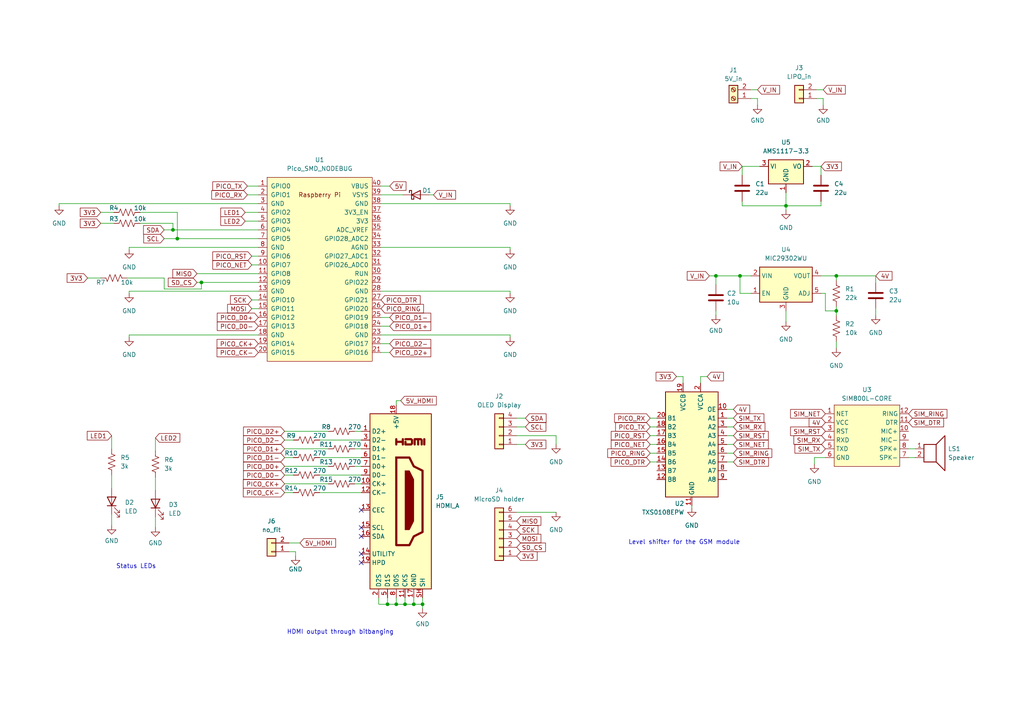
<source format=kicad_sch>
(kicad_sch (version 20230121) (generator eeschema)
  (paper "A4")
  (title_block (title "Central Unit") (date "2024-03-5") (rev "1") (company "EE344 TUE-01"))
  (lib_symbols
    (symbol "Connector:HDMI_A"
      (property "Reference" "J" (at -6.35 26.67 0))
      (property "Value" "HDMI_A" (at 10.16 26.67 0))
      (symbol "HDMI_A_0_0"
        (polyline (pts (xy 8.128 16.51) (xy 8.128 18.034)) (stroke (width 0.635)))
        (polyline (pts (xy 0 16.51) (xy 0 18.034) (xy 0 17.272) (xy 1.905 17.272) (xy 1.905 18.034) (xy 1.905 16.51)) (stroke (width 0.635)))
        (polyline (pts (xy 2.667 18.034) (xy 4.318 18.034) (xy 4.572 17.78) (xy 4.572 16.764) (xy 4.318 16.51) (xy 2.667 16.51) (xy 2.667 17.272)) (stroke (width 0.635)))
      )
      (symbol "HDMI_A_0_1"
        (rectangle (start -7.62 25.4) (end 10.16 -25.4) (stroke (width 0.254)) (fill (type background)))
        (polyline (pts (xy 2.54 8.89) (xy 3.81 8.89) (xy 5.08 6.35) (xy 5.08 -5.715) (xy 3.81 -8.255) (xy 2.54 -8.255) (xy 2.54 8.89)) (fill (type outline)))
        (polyline (pts (xy 5.334 16.51) (xy 5.334 18.034) (xy 6.35 18.034) (xy 6.35 16.51) (xy 6.35 18.034) (xy 7.112 18.034) (xy 7.366 17.78) (xy 7.366 16.51)) (stroke (width 0.635)))
        (polyline (pts (xy 0 12.7) (xy 0 -12.7) (xy 3.81 -12.7) (xy 5.08 -10.16) (xy 7.62 -8.89) (xy 7.62 8.89) (xy 5.08 10.16) (xy 3.81 12.7) (xy 0 12.7)) (stroke (width 0.635)))
      )
      (symbol "HDMI_A_1_1"
        (pin passive line (at -10.16 20.32 0) (length 2.54) (name "D2+") (number "1"))
        (pin passive line (at -10.16 5.08 0) (length 2.54) (name "CK+") (number "10"))
        (pin power_in line (at 2.54 -27.94 90) (length 2.54) (name "CKS") (number "11"))
        (pin passive line (at -10.16 2.54 0) (length 2.54) (name "CK-") (number "12"))
        (pin bidirectional line (at -10.16 -2.54 0) (length 2.54) (name "CEC") (number "13"))
        (pin passive line (at -10.16 -15.24 0) (length 2.54) (name "UTILITY") (number "14"))
        (pin passive line (at -10.16 -7.62 0) (length 2.54) (name "SCL") (number "15"))
        (pin bidirectional line (at -10.16 -10.16 0) (length 2.54) (name "SDA") (number "16"))
        (pin power_in line (at 5.08 -27.94 90) (length 2.54) (name "GND") (number "17"))
        (pin power_in line (at 0 27.94 270) (length 2.54) (name "+5V") (number "18"))
        (pin passive line (at -10.16 -17.78 0) (length 2.54) (name "HPD") (number "19"))
        (pin power_in line (at -5.08 -27.94 90) (length 2.54) (name "D2S") (number "2"))
        (pin passive line (at -10.16 17.78 0) (length 2.54) (name "D2-") (number "3"))
        (pin passive line (at -10.16 15.24 0) (length 2.54) (name "D1+") (number "4"))
        (pin power_in line (at -2.54 -27.94 90) (length 2.54) (name "D1S") (number "5"))
        (pin passive line (at -10.16 12.7 0) (length 2.54) (name "D1-") (number "6"))
        (pin passive line (at -10.16 10.16 0) (length 2.54) (name "D0+") (number "7"))
        (pin power_in line (at 0 -27.94 90) (length 2.54) (name "D0S") (number "8"))
        (pin passive line (at -10.16 7.62 0) (length 2.54) (name "D0-") (number "9"))
        (pin passive line (at 7.62 -27.94 90) (length 2.54) (name "SH") (number "SH"))
      )
    )
    (symbol "Connector:Screw_Terminal_01x02" (pin_names (offset 1.016) hide)
      (property "Reference" "J" (at 0 2.54 0))
      (property "Value" "Screw_Terminal_01x02" (at 0 -5.08 0))
      (symbol "Screw_Terminal_01x02_1_1"
        (rectangle (start -1.27 1.27) (end 1.27 -3.81) (stroke (width 0.254)) (fill (type background)))
        (circle (center 0 -2.54) (radius 0.635) (stroke (width 0.1524)))
        (polyline (pts (xy -0.5334 -2.2098) (xy 0.3302 -3.048)) (stroke (width 0.1524)))
        (polyline (pts (xy -0.5334 0.3302) (xy 0.3302 -0.508)) (stroke (width 0.1524)))
        (polyline (pts (xy -0.3556 -2.032) (xy 0.508 -2.8702)) (stroke (width 0.1524)))
        (polyline (pts (xy -0.3556 0.508) (xy 0.508 -0.3302)) (stroke (width 0.1524)))
        (circle (center 0 0) (radius 0.635) (stroke (width 0.1524)))
        (pin passive line (at -5.08 0 0) (length 3.81) (name "Pin_1") (number "1"))
        (pin passive line (at -5.08 -2.54 0) (length 3.81) (name "Pin_2") (number "2"))
      )
    )
    (symbol "Connector_Generic:Conn_01x02" (pin_names (offset 1.016) hide)
      (property "Reference" "J" (at 0 2.54 0))
      (property "Value" "Conn_01x02" (at 0 -5.08 0))
      (symbol "Conn_01x02_1_1"
        (rectangle (start -1.27 -2.413) (end 0 -2.667) (stroke (width 0.1524)))
        (rectangle (start -1.27 0.127) (end 0 -0.127) (stroke (width 0.1524)))
        (rectangle (start -1.27 1.27) (end 1.27 -3.81) (stroke (width 0.254)) (fill (type background)))
        (pin passive line (at -5.08 0 0) (length 3.81) (name "Pin_1") (number "1"))
        (pin passive line (at -5.08 -2.54 0) (length 3.81) (name "Pin_2") (number "2"))
      )
    )
    (symbol "Connector_Generic:Conn_01x04" (pin_names (offset 1.016) hide)
      (property "Reference" "J" (at 0 5.08 0))
      (property "Value" "Conn_01x04" (at 0 -7.62 0))
      (symbol "Conn_01x04_1_1"
        (rectangle (start -1.27 -4.953) (end 0 -5.207) (stroke (width 0.1524)))
        (rectangle (start -1.27 -2.413) (end 0 -2.667) (stroke (width 0.1524)))
        (rectangle (start -1.27 0.127) (end 0 -0.127) (stroke (width 0.1524)))
        (rectangle (start -1.27 2.667) (end 0 2.413) (stroke (width 0.1524)))
        (rectangle (start -1.27 3.81) (end 1.27 -6.35) (stroke (width 0.254)) (fill (type background)))
        (pin passive line (at -5.08 2.54 0) (length 3.81) (name "Pin_1") (number "1"))
        (pin passive line (at -5.08 0 0) (length 3.81) (name "Pin_2") (number "2"))
        (pin passive line (at -5.08 -2.54 0) (length 3.81) (name "Pin_3") (number "3"))
        (pin passive line (at -5.08 -5.08 0) (length 3.81) (name "Pin_4") (number "4"))
      )
    )
    (symbol "Connector_Generic:Conn_01x06" (pin_names (offset 1.016) hide)
      (property "Reference" "J" (at 0 7.62 0))
      (property "Value" "Conn_01x06" (at 0 -10.16 0))
      (symbol "Conn_01x06_1_1"
        (rectangle (start -1.27 -7.493) (end 0 -7.747) (stroke (width 0.1524)))
        (rectangle (start -1.27 -4.953) (end 0 -5.207) (stroke (width 0.1524)))
        (rectangle (start -1.27 -2.413) (end 0 -2.667) (stroke (width 0.1524)))
        (rectangle (start -1.27 0.127) (end 0 -0.127) (stroke (width 0.1524)))
        (rectangle (start -1.27 2.667) (end 0 2.413) (stroke (width 0.1524)))
        (rectangle (start -1.27 5.207) (end 0 4.953) (stroke (width 0.1524)))
        (rectangle (start -1.27 6.35) (end 1.27 -8.89) (stroke (width 0.254)) (fill (type background)))
        (pin passive line (at -5.08 5.08 0) (length 3.81) (name "Pin_1") (number "1"))
        (pin passive line (at -5.08 2.54 0) (length 3.81) (name "Pin_2") (number "2"))
        (pin passive line (at -5.08 0 0) (length 3.81) (name "Pin_3") (number "3"))
        (pin passive line (at -5.08 -2.54 0) (length 3.81) (name "Pin_4") (number "4"))
        (pin passive line (at -5.08 -5.08 0) (length 3.81) (name "Pin_5") (number "5"))
        (pin passive line (at -5.08 -7.62 0) (length 3.81) (name "Pin_6") (number "6"))
      )
    )
    (symbol "Device:C" (pin_numbers hide) (pin_names (offset 0.254))
      (property "Reference" "C" (at 0.635 2.54 0))
      (property "Value" "C" (at 0.635 -2.54 0))
      (symbol "C_0_1"
        (polyline (pts (xy -2.032 -0.762) (xy 2.032 -0.762)) (stroke (width 0.508)))
        (polyline (pts (xy -2.032 0.762) (xy 2.032 0.762)) (stroke (width 0.508)))
      )
      (symbol "C_1_1"
        (pin passive line (at 0 3.81 270) (length 2.794) (name "~") (number "1"))
        (pin passive line (at 0 -3.81 90) (length 2.794) (name "~") (number "2"))
      )
    )
    (symbol "Device:D_Schottky" (pin_numbers hide) (pin_names (offset 1.016) hide)
      (property "Reference" "D" (at 0 2.54 0))
      (property "Value" "D_Schottky" (at 0 -2.54 0))
      (symbol "D_Schottky_0_1"
        (polyline (pts (xy 1.27 0) (xy -1.27 0)))
        (polyline (pts (xy 1.27 1.27) (xy 1.27 -1.27) (xy -1.27 0) (xy 1.27 1.27)) (stroke (width 0.254)))
        (polyline (pts (xy -1.905 0.635) (xy -1.905 1.27) (xy -1.27 1.27) (xy -1.27 -1.27) (xy -0.635 -1.27) (xy -0.635 -0.635)) (stroke (width 0.254)))
      )
      (symbol "D_Schottky_1_1"
        (pin passive line (at -3.81 0 0) (length 2.54) (name "K") (number "1"))
        (pin passive line (at 3.81 0 180) (length 2.54) (name "A") (number "2"))
      )
    )
    (symbol "Device:LED" (pin_numbers hide) (pin_names (offset 1.016) hide)
      (property "Reference" "D" (at 0 2.54 0))
      (property "Value" "LED" (at 0 -2.54 0))
      (symbol "LED_0_1"
        (polyline (pts (xy -1.27 -1.27) (xy -1.27 1.27)) (stroke (width 0.254)))
        (polyline (pts (xy -1.27 0) (xy 1.27 0)))
        (polyline (pts (xy 1.27 -1.27) (xy 1.27 1.27) (xy -1.27 0) (xy 1.27 -1.27)) (stroke (width 0.254)))
        (polyline (pts (xy -3.048 -0.762) (xy -4.572 -2.286) (xy -3.81 -2.286) (xy -4.572 -2.286) (xy -4.572 -1.524)))
        (polyline (pts (xy -1.778 -0.762) (xy -3.302 -2.286) (xy -2.54 -2.286) (xy -3.302 -2.286) (xy -3.302 -1.524)))
      )
      (symbol "LED_1_1"
        (pin passive line (at -3.81 0 0) (length 2.54) (name "K") (number "1"))
        (pin passive line (at 3.81 0 180) (length 2.54) (name "A") (number "2"))
      )
    )
    (symbol "Device:R_US" (pin_numbers hide) (pin_names (offset 0))
      (property "Reference" "R" (at 2.54 0 90))
      (property "Value" "R_US" (at -2.54 0 90))
      (symbol "R_US_0_1"
        (polyline (pts (xy 0 -2.286) (xy 0 -2.54)))
        (polyline (pts (xy 0 2.286) (xy 0 2.54)))
        (polyline (pts (xy 0 -0.762) (xy 1.016 -1.143) (xy 0 -1.524) (xy -1.016 -1.905) (xy 0 -2.286)))
        (polyline (pts (xy 0 0.762) (xy 1.016 0.381) (xy 0 0) (xy -1.016 -0.381) (xy 0 -0.762)))
        (polyline (pts (xy 0 2.286) (xy 1.016 1.905) (xy 0 1.524) (xy -1.016 1.143) (xy 0 0.762)))
      )
      (symbol "R_US_1_1"
        (pin passive line (at 0 3.81 270) (length 1.27) (name "~") (number "1"))
        (pin passive line (at 0 -3.81 90) (length 1.27) (name "~") (number "2"))
      )
    )
    (symbol "Device:Speaker" (pin_names (offset 0) hide)
      (property "Reference" "LS" (at 1.27 5.715 0))
      (property "Value" "Speaker" (at 1.27 3.81 0))
      (symbol "Speaker_0_0"
        (rectangle (start -2.54 1.27) (end 1.016 -3.81) (stroke (width 0.254)))
        (polyline (pts (xy 1.016 1.27) (xy 3.556 3.81) (xy 3.556 -6.35) (xy 1.016 -3.81)) (stroke (width 0.254)))
      )
      (symbol "Speaker_1_1"
        (pin input line (at -5.08 0 0) (length 2.54) (name "1") (number "1"))
        (pin input line (at -5.08 -2.54 0) (length 2.54) (name "2") (number "2"))
      )
    )
    (symbol "Logic_LevelTranslator:TXS0108EPW"
      (property "Reference" "U" (at -6.35 16.51 0))
      (property "Value" "TXS0108EPW" (at 3.81 16.51 0))
      (symbol "TXS0108EPW_0_1"
        (rectangle (start -7.62 15.24) (end 7.62 -15.24) (stroke (width 0.254)) (fill (type background)))
      )
      (symbol "TXS0108EPW_1_1"
        (pin bidirectional line (at -10.16 7.62 0) (length 2.54) (name "A1") (number "1"))
        (pin input line (at -10.16 10.16 0) (length 2.54) (name "OE") (number "10"))
        (pin power_in line (at 0 -17.78 90) (length 2.54) (name "GND") (number "11"))
        (pin bidirectional line (at 10.16 -10.16 180) (length 2.54) (name "B8") (number "12"))
        (pin bidirectional line (at 10.16 -7.62 180) (length 2.54) (name "B7") (number "13"))
        (pin bidirectional line (at 10.16 -5.08 180) (length 2.54) (name "B6") (number "14"))
        (pin bidirectional line (at 10.16 -2.54 180) (length 2.54) (name "B5") (number "15"))
        (pin bidirectional line (at 10.16 0 180) (length 2.54) (name "B4") (number "16"))
        (pin bidirectional line (at 10.16 2.54 180) (length 2.54) (name "B3") (number "17"))
        (pin bidirectional line (at 10.16 5.08 180) (length 2.54) (name "B2") (number "18"))
        (pin power_in line (at 2.54 17.78 270) (length 2.54) (name "VCCB") (number "19"))
        (pin power_in line (at -2.54 17.78 270) (length 2.54) (name "VCCA") (number "2"))
        (pin bidirectional line (at 10.16 7.62 180) (length 2.54) (name "B1") (number "20"))
        (pin bidirectional line (at -10.16 5.08 0) (length 2.54) (name "A2") (number "3"))
        (pin bidirectional line (at -10.16 2.54 0) (length 2.54) (name "A3") (number "4"))
        (pin bidirectional line (at -10.16 0 0) (length 2.54) (name "A4") (number "5"))
        (pin bidirectional line (at -10.16 -2.54 0) (length 2.54) (name "A5") (number "6"))
        (pin bidirectional line (at -10.16 -5.08 0) (length 2.54) (name "A6") (number "7"))
        (pin bidirectional line (at -10.16 -7.62 0) (length 2.54) (name "A7") (number "8"))
        (pin bidirectional line (at -10.16 -10.16 0) (length 2.54) (name "A8") (number "9"))
      )
    )
    (symbol "Regulator_Linear:AMS1117-3.3"
      (property "Reference" "U" (at -3.81 3.175 0))
      (property "Value" "AMS1117-3.3" (at 0 3.175 0))
      (symbol "AMS1117-3.3_0_1"
        (rectangle (start -5.08 -5.08) (end 5.08 1.905) (stroke (width 0.254)) (fill (type background)))
      )
      (symbol "AMS1117-3.3_1_1"
        (pin power_in line (at 0 -7.62 90) (length 2.54) (name "GND") (number "1"))
        (pin power_out line (at 7.62 0 180) (length 2.54) (name "VO") (number "2"))
        (pin power_in line (at -7.62 0 0) (length 2.54) (name "VI") (number "3"))
      )
    )
    (symbol "Regulator_Linear:MIC29302WU"
      (property "Reference" "U" (at -6.35 6.35 0))
      (property "Value" "MIC29302WU" (at 2.54 6.35 0))
      (symbol "MIC29302WU_1_1"
        (rectangle (start -7.62 5.08) (end 7.62 -5.08) (stroke (width 0.254)) (fill (type background)))
        (pin input line (at -10.16 -2.54 0) (length 2.54) (name "EN") (number "1"))
        (pin power_in line (at -10.16 2.54 0) (length 2.54) (name "VIN") (number "2"))
        (pin power_in line (at 0 -7.62 90) (length 2.54) (name "GND") (number "3"))
        (pin power_out line (at 10.16 2.54 180) (length 2.54) (name "VOUT") (number "4"))
        (pin input line (at 10.16 -2.54 180) (length 2.54) (name "ADJ") (number "5"))
      )
    )
    (symbol "Rpi Pico:Pico_SMD_NODEBUG" (pin_names (offset 1.016))
      (property "Reference" "U" (at -13.97 27.94 0))
      (property "Value" "Pico_SMD_NODEBUG" (at 0 19.05 0))
      (symbol "Pico_SMD_NODEBUG_0_0"
        (text "Raspberry Pi" (at 0 21.59 0) (effects (font (size 1.27 1.27))))
      )
      (symbol "Pico_SMD_NODEBUG_0_1"
        (rectangle (start -15.24 26.67) (end 15.24 -26.67) (fill (type background)))
      )
      (symbol "Pico_SMD_NODEBUG_1_1"
        (pin bidirectional line (at -17.78 24.13 0) (length 2.54) (name "GPIO0") (number "1"))
        (pin bidirectional line (at -17.78 1.27 0) (length 2.54) (name "GPIO7") (number "10"))
        (pin bidirectional line (at -17.78 -1.27 0) (length 2.54) (name "GPIO8") (number "11"))
        (pin bidirectional line (at -17.78 -3.81 0) (length 2.54) (name "GPIO9") (number "12"))
        (pin power_in line (at -17.78 -6.35 0) (length 2.54) (name "GND") (number "13"))
        (pin bidirectional line (at -17.78 -8.89 0) (length 2.54) (name "GPIO10") (number "14"))
        (pin bidirectional line (at -17.78 -11.43 0) (length 2.54) (name "GPIO11") (number "15"))
        (pin bidirectional line (at -17.78 -13.97 0) (length 2.54) (name "GPIO12") (number "16"))
        (pin bidirectional line (at -17.78 -16.51 0) (length 2.54) (name "GPIO13") (number "17"))
        (pin power_in line (at -17.78 -19.05 0) (length 2.54) (name "GND") (number "18"))
        (pin bidirectional line (at -17.78 -21.59 0) (length 2.54) (name "GPIO14") (number "19"))
        (pin bidirectional line (at -17.78 21.59 0) (length 2.54) (name "GPIO1") (number "2"))
        (pin bidirectional line (at -17.78 -24.13 0) (length 2.54) (name "GPIO15") (number "20"))
        (pin bidirectional line (at 17.78 -24.13 180) (length 2.54) (name "GPIO16") (number "21"))
        (pin bidirectional line (at 17.78 -21.59 180) (length 2.54) (name "GPIO17") (number "22"))
        (pin power_in line (at 17.78 -19.05 180) (length 2.54) (name "GND") (number "23"))
        (pin bidirectional line (at 17.78 -16.51 180) (length 2.54) (name "GPIO18") (number "24"))
        (pin bidirectional line (at 17.78 -13.97 180) (length 2.54) (name "GPIO19") (number "25"))
        (pin bidirectional line (at 17.78 -11.43 180) (length 2.54) (name "GPIO20") (number "26"))
        (pin bidirectional line (at 17.78 -8.89 180) (length 2.54) (name "GPIO21") (number "27"))
        (pin power_in line (at 17.78 -6.35 180) (length 2.54) (name "GND") (number "28"))
        (pin bidirectional line (at 17.78 -3.81 180) (length 2.54) (name "GPIO22") (number "29"))
        (pin power_in line (at -17.78 19.05 0) (length 2.54) (name "GND") (number "3"))
        (pin input line (at 17.78 -1.27 180) (length 2.54) (name "RUN") (number "30"))
        (pin bidirectional line (at 17.78 1.27 180) (length 2.54) (name "GPIO26_ADC0") (number "31"))
        (pin bidirectional line (at 17.78 3.81 180) (length 2.54) (name "GPIO27_ADC1") (number "32"))
        (pin power_in line (at 17.78 6.35 180) (length 2.54) (name "AGND") (number "33"))
        (pin bidirectional line (at 17.78 8.89 180) (length 2.54) (name "GPIO28_ADC2") (number "34"))
        (pin unspecified line (at 17.78 11.43 180) (length 2.54) (name "ADC_VREF") (number "35"))
        (pin unspecified line (at 17.78 13.97 180) (length 2.54) (name "3V3") (number "36"))
        (pin input line (at 17.78 16.51 180) (length 2.54) (name "3V3_EN") (number "37"))
        (pin bidirectional line (at 17.78 19.05 180) (length 2.54) (name "GND") (number "38"))
        (pin unspecified line (at 17.78 21.59 180) (length 2.54) (name "VSYS") (number "39"))
        (pin bidirectional line (at -17.78 16.51 0) (length 2.54) (name "GPIO2") (number "4"))
        (pin unspecified line (at 17.78 24.13 180) (length 2.54) (name "VBUS") (number "40"))
        (pin bidirectional line (at -17.78 13.97 0) (length 2.54) (name "GPIO3") (number "5"))
        (pin bidirectional line (at -17.78 11.43 0) (length 2.54) (name "GPIO4") (number "6"))
        (pin bidirectional line (at -17.78 8.89 0) (length 2.54) (name "GPIO5") (number "7"))
        (pin power_in line (at -17.78 6.35 0) (length 2.54) (name "GND") (number "8"))
        (pin bidirectional line (at -17.78 3.81 0) (length 2.54) (name "GPIO6") (number "9"))
      )
    )
    (symbol "SIM800L breakout:SIM800L-CORE"
      (property "Reference" "U" (at -7.62 8.89 0))
      (property "Value" "SIM800L-CORE" (at 0 -12.7 0))
      (symbol "SIM800L-CORE_0_1"
        (rectangle (start -8.89 7.62) (end 10.16 -10.16) (stroke (width 0.1524)) (fill (type background)))
      )
      (symbol "SIM800L-CORE_1_1"
        (pin bidirectional line (at -11.43 5.08 0) (length 2.54) (name "NET") (number "1"))
        (pin output line (at 12.7 0 180) (length 2.54) (name "MIC+") (number "10"))
        (pin passive line (at 12.7 2.54 180) (length 2.54) (name "DTR") (number "11"))
        (pin output line (at 12.7 5.08 180) (length 2.54) (name "RING") (number "12"))
        (pin power_in line (at -11.43 2.54 0) (length 2.54) (name "VCC") (number "2"))
        (pin input line (at -11.43 0 0) (length 2.54) (name "RST") (number "3"))
        (pin input line (at -11.43 -2.54 0) (length 2.54) (name "RXD") (number "4"))
        (pin output line (at -11.43 -5.08 0) (length 2.54) (name "TXD") (number "5"))
        (pin power_in line (at -11.43 -7.62 0) (length 2.54) (name "GND") (number "6"))
        (pin output line (at 12.7 -7.62 180) (length 2.54) (name "SPK-") (number "7"))
        (pin output line (at 12.7 -5.08 180) (length 2.54) (name "SPK+") (number "8"))
        (pin output line (at 12.7 -2.54 180) (length 2.54) (name "MIC-") (number "9"))
      )
    )
    (symbol "power:GND" (power) (pin_names (offset 0))
      (property "Value" "GND" (at 0 -3.81 0))
      (symbol "GND_0_1"
        (polyline (pts (xy 0 0) (xy 0 -1.27) (xy 1.27 -1.27) (xy 0 -2.54) (xy -1.27 -1.27) (xy 0 -1.27)))
      )
      (symbol "GND_1_1"
        (pin power_in line (at 0 0 270) (length 0) hide (name "GND") (number "1"))
      )
    )
  )
  (junction (at 50.165 66.675))
  (junction (at 207.645 80.01))
  (junction (at 120.015 175.26))
  (junction (at 242.57 90.17))
  (junction (at 214.63 80.01))
  (junction (at 122.555 175.26))
  (junction (at 51.435 69.215))
  (junction (at 242.57 80.01))
  (junction (at 114.935 175.26))
  (junction (at 58.42 81.915))
  (junction (at 227.965 59.69))
  (junction (at 117.475 175.26))
  (junction (at 112.395 175.26))
  (no_connect (at 104.775 155.575))
  (no_connect (at 104.775 147.955))
  (no_connect (at 104.775 163.195))
  (no_connect (at 104.775 160.655))
  (no_connect (at 104.775 153.035))
  (wire (pts (xy 217.805 80.01) (xy 214.63 80.01)))
  (wire (pts (xy 147.955 59.055) (xy 147.955 59.69)))
  (wire (pts (xy 110.49 84.455) (xy 147.955 84.455)))
  (wire (pts (xy 238.76 28.575) (xy 238.76 30.48)))
  (wire (pts (xy 71.12 61.595) (xy 74.93 61.595)))
  (wire (pts (xy 188.595 126.365) (xy 190.5 126.365)))
  (wire (pts (xy 120.015 173.355) (xy 120.015 175.26)))
  (wire (pts (xy 238.125 48.26) (xy 238.125 50.8)))
  (wire (pts (xy 198.12 111.125) (xy 198.12 109.22)))
  (wire (pts (xy 242.57 99.06) (xy 242.57 100.965)))
  (wire (pts (xy 214.63 80.01) (xy 214.63 85.09)))
  (wire (pts (xy 110.49 59.055) (xy 147.955 59.055)))
  (wire (pts (xy 47.625 83.82) (xy 58.42 83.82)))
  (wire (pts (xy 207.645 80.01) (xy 214.63 80.01)))
  (wire (pts (xy 215.265 58.42) (xy 215.265 59.69)))
  (wire (pts (xy 45.085 127) (xy 45.085 130.81)))
  (wire (pts (xy 227.965 90.17) (xy 227.965 93.345)))
  (wire (pts (xy 188.595 121.285) (xy 190.5 121.285)))
  (wire (pts (xy 220.345 48.26) (xy 215.265 48.26)))
  (wire (pts (xy 102.87 125.095) (xy 104.775 125.095)))
  (wire (pts (xy 83.82 160.02) (xy 85.725 160.02)))
  (wire (pts (xy 147.955 71.755) (xy 147.955 72.39)))
  (wire (pts (xy 82.55 137.795) (xy 85.09 137.795)))
  (wire (pts (xy 40.64 64.77) (xy 50.165 64.77)))
  (wire (pts (xy 82.55 130.175) (xy 95.25 130.175)))
  (wire (pts (xy 74.93 84.455) (xy 37.465 84.455)))
  (wire (pts (xy 109.855 175.26) (xy 112.395 175.26)))
  (wire (pts (xy 263.525 130.175) (xy 265.43 130.175)))
  (wire (pts (xy 113.03 92.075) (xy 110.49 92.075)))
  (wire (pts (xy 29.21 64.77) (xy 33.02 64.77)))
  (wire (pts (xy 57.15 81.915) (xy 58.42 81.915)))
  (wire (pts (xy 92.71 137.795) (xy 104.775 137.795)))
  (wire (pts (xy 82.55 140.335) (xy 95.25 140.335)))
  (wire (pts (xy 113.03 94.615) (xy 110.49 94.615)))
  (wire (pts (xy 102.87 135.255) (xy 104.775 135.255)))
  (wire (pts (xy 238.125 80.01) (xy 242.57 80.01)))
  (wire (pts (xy 116.205 116.205) (xy 114.935 116.205)))
  (wire (pts (xy 110.49 71.755) (xy 147.955 71.755)))
  (wire (pts (xy 254 80.01) (xy 254 81.915)))
  (wire (pts (xy 188.595 123.825) (xy 190.5 123.825)))
  (wire (pts (xy 110.49 99.695) (xy 113.03 99.695)))
  (wire (pts (xy 242.57 80.01) (xy 254 80.01)))
  (wire (pts (xy 57.15 79.375) (xy 74.93 79.375)))
  (wire (pts (xy 212.725 128.905) (xy 210.82 128.905)))
  (wire (pts (xy 188.595 128.905) (xy 190.5 128.905)))
  (wire (pts (xy 238.125 58.42) (xy 238.125 59.69)))
  (wire (pts (xy 215.265 48.26) (xy 215.265 50.8)))
  (wire (pts (xy 207.645 90.17) (xy 207.645 91.44)))
  (wire (pts (xy 73.025 89.535) (xy 74.93 89.535)))
  (wire (pts (xy 110.49 97.155) (xy 147.955 97.155)))
  (wire (pts (xy 92.71 127.635) (xy 104.775 127.635)))
  (wire (pts (xy 112.395 173.355) (xy 112.395 175.26)))
  (wire (pts (xy 113.03 102.235) (xy 110.49 102.235)))
  (wire (pts (xy 50.165 66.675) (xy 74.93 66.675)))
  (wire (pts (xy 120.015 175.26) (xy 122.555 175.26)))
  (wire (pts (xy 45.085 138.43) (xy 45.085 142.24)))
  (wire (pts (xy 114.935 116.205) (xy 114.935 117.475)))
  (wire (pts (xy 217.805 28.575) (xy 219.71 28.575)))
  (wire (pts (xy 203.2 111.125) (xy 203.2 109.22)))
  (wire (pts (xy 29.21 61.595) (xy 33.02 61.595)))
  (wire (pts (xy 236.855 28.575) (xy 238.76 28.575)))
  (wire (pts (xy 207.645 80.01) (xy 207.645 82.55)))
  (wire (pts (xy 117.475 173.355) (xy 117.475 175.26)))
  (wire (pts (xy 152.4 123.825) (xy 149.86 123.825)))
  (wire (pts (xy 92.71 142.875) (xy 104.775 142.875)))
  (wire (pts (xy 212.725 123.825) (xy 210.82 123.825)))
  (wire (pts (xy 17.145 59.055) (xy 17.145 59.69)))
  (wire (pts (xy 110.49 56.515) (xy 116.84 56.515)))
  (wire (pts (xy 73.025 86.995) (xy 74.93 86.995)))
  (wire (pts (xy 32.385 137.795) (xy 32.385 141.605)))
  (wire (pts (xy 212.725 126.365) (xy 210.82 126.365)))
  (wire (pts (xy 83.82 157.48) (xy 86.995 157.48)))
  (wire (pts (xy 36.83 80.645) (xy 47.625 80.645)))
  (wire (pts (xy 82.55 132.715) (xy 85.09 132.715)))
  (wire (pts (xy 114.935 175.26) (xy 117.475 175.26)))
  (wire (pts (xy 263.525 132.715) (xy 265.43 132.715)))
  (wire (pts (xy 92.71 132.715) (xy 104.775 132.715)))
  (wire (pts (xy 242.57 90.17) (xy 242.57 91.44)))
  (wire (pts (xy 85.725 160.02) (xy 85.725 161.29)))
  (wire (pts (xy 102.87 140.335) (xy 104.775 140.335)))
  (wire (pts (xy 239.395 90.17) (xy 242.57 90.17)))
  (wire (pts (xy 219.71 26.035) (xy 217.805 26.035)))
  (wire (pts (xy 51.435 61.595) (xy 51.435 69.215)))
  (wire (pts (xy 238.125 85.09) (xy 239.395 85.09)))
  (wire (pts (xy 124.46 56.515) (xy 125.73 56.515)))
  (wire (pts (xy 32.385 126.365) (xy 32.385 130.175)))
  (wire (pts (xy 122.555 173.355) (xy 122.555 175.26)))
  (wire (pts (xy 47.625 83.82) (xy 47.625 80.645)))
  (wire (pts (xy 203.2 109.22) (xy 205.105 109.22)))
  (wire (pts (xy 51.435 69.215) (xy 74.93 69.215)))
  (wire (pts (xy 254 89.535) (xy 254 91.44)))
  (wire (pts (xy 74.93 59.055) (xy 17.145 59.055)))
  (wire (pts (xy 212.725 121.285) (xy 210.82 121.285)))
  (wire (pts (xy 32.385 149.225) (xy 32.385 152.4)))
  (wire (pts (xy 114.935 173.355) (xy 114.935 175.26)))
  (wire (pts (xy 147.955 97.155) (xy 147.955 97.79)))
  (wire (pts (xy 147.955 84.455) (xy 147.955 85.09)))
  (wire (pts (xy 37.465 71.755) (xy 37.465 72.39)))
  (wire (pts (xy 112.395 175.26) (xy 114.935 175.26)))
  (wire (pts (xy 242.57 80.01) (xy 242.57 81.28)))
  (wire (pts (xy 188.595 133.985) (xy 190.5 133.985)))
  (wire (pts (xy 82.55 135.255) (xy 95.25 135.255)))
  (wire (pts (xy 37.465 84.455) (xy 37.465 85.09)))
  (wire (pts (xy 50.165 64.77) (xy 50.165 66.675)))
  (wire (pts (xy 74.93 97.155) (xy 37.465 97.155)))
  (wire (pts (xy 212.725 131.445) (xy 210.82 131.445)))
  (wire (pts (xy 58.42 83.82) (xy 58.42 81.915)))
  (wire (pts (xy 73.025 74.295) (xy 74.93 74.295)))
  (wire (pts (xy 109.855 173.355) (xy 109.855 175.26)))
  (wire (pts (xy 205.74 80.01) (xy 207.645 80.01)))
  (wire (pts (xy 71.12 64.135) (xy 74.93 64.135)))
  (wire (pts (xy 238.125 59.69) (xy 227.965 59.69)))
  (wire (pts (xy 149.86 148.59) (xy 161.29 148.59)))
  (wire (pts (xy 152.4 128.905) (xy 149.86 128.905)))
  (wire (pts (xy 236.22 132.715) (xy 236.22 134.62)))
  (wire (pts (xy 47.625 69.215) (xy 51.435 69.215)))
  (wire (pts (xy 196.215 109.22) (xy 198.12 109.22)))
  (wire (pts (xy 200.66 147.32) (xy 200.66 146.685)))
  (wire (pts (xy 152.4 121.285) (xy 149.86 121.285)))
  (wire (pts (xy 71.755 53.975) (xy 74.93 53.975)))
  (wire (pts (xy 238.76 26.035) (xy 236.855 26.035)))
  (wire (pts (xy 73.025 76.835) (xy 74.93 76.835)))
  (wire (pts (xy 215.265 59.69) (xy 227.965 59.69)))
  (wire (pts (xy 161.29 126.365) (xy 161.29 128.905)))
  (wire (pts (xy 82.55 125.095) (xy 95.25 125.095)))
  (wire (pts (xy 122.555 175.26) (xy 122.555 176.53)))
  (wire (pts (xy 102.87 130.175) (xy 104.775 130.175)))
  (wire (pts (xy 82.55 127.635) (xy 85.09 127.635)))
  (wire (pts (xy 227.965 59.69) (xy 227.965 60.96)))
  (wire (pts (xy 239.395 132.715) (xy 236.22 132.715)))
  (wire (pts (xy 40.64 61.595) (xy 51.435 61.595)))
  (wire (pts (xy 212.725 133.985) (xy 210.82 133.985)))
  (wire (pts (xy 37.465 97.155) (xy 37.465 97.79)))
  (wire (pts (xy 239.395 85.09) (xy 239.395 90.17)))
  (wire (pts (xy 212.725 118.745) (xy 210.82 118.745)))
  (wire (pts (xy 219.71 28.575) (xy 219.71 30.48)))
  (wire (pts (xy 82.55 142.875) (xy 85.09 142.875)))
  (wire (pts (xy 74.93 71.755) (xy 37.465 71.755)))
  (wire (pts (xy 113.03 53.975) (xy 110.49 53.975)))
  (wire (pts (xy 25.4 80.645) (xy 29.21 80.645)))
  (wire (pts (xy 242.57 88.9) (xy 242.57 90.17)))
  (wire (pts (xy 149.86 126.365) (xy 161.29 126.365)))
  (wire (pts (xy 45.085 149.86) (xy 45.085 153.035)))
  (wire (pts (xy 227.965 55.88) (xy 227.965 59.69)))
  (wire (pts (xy 47.625 66.675) (xy 50.165 66.675)))
  (wire (pts (xy 58.42 81.915) (xy 74.93 81.915)))
  (wire (pts (xy 117.475 175.26) (xy 120.015 175.26)))
  (wire (pts (xy 71.755 56.515) (xy 74.93 56.515)))
  (wire (pts (xy 188.595 131.445) (xy 190.5 131.445)))
  (wire (pts (xy 214.63 85.09) (xy 217.805 85.09)))
  (wire (pts (xy 235.585 48.26) (xy 238.125 48.26)))
  (text "Level shifter for the GSM module" (at 182.245 158.115 0) (effects (font (size 1.27 1.27)) (justify left bottom)))
  (text "Status LEDs" (at 33.655 165.1 0) (effects (font (size 1.27 1.27)) (justify left bottom)))
  (text "HDMI output through bitbanging\n" (at 83.185 184.15 0) (effects (font (size 1.27 1.27)) (justify left bottom)))
  (global_label "PICO_D0+" (shape input) (at 82.55 135.255 180) (property "Intersheetrefs" "${INTERSHEET_REFS}" (effects hide)))
  (global_label "4V" (shape input) (at 239.395 122.555 180) (property "Intersheetrefs" "${INTERSHEET_REFS}" (effects hide)))
  (global_label "PICO_D2+" (shape input) (at 82.55 125.095 180) (property "Intersheetrefs" "${INTERSHEET_REFS}" (effects hide)))
  (global_label "SIM_RING" (shape input) (at 263.525 120.015 0) (property "Intersheetrefs" "${INTERSHEET_REFS}" (effects hide)))
  (global_label "PICO_TX" (shape input) (at 71.755 53.975 180) (property "Intersheetrefs" "${INTERSHEET_REFS}" (effects hide)))
  (global_label "MOSI" (shape input) (at 149.86 156.21 0) (property "Intersheetrefs" "${INTERSHEET_REFS}" (effects hide)))
  (global_label "V_IN" (shape input) (at 219.71 26.035 0) (property "Intersheetrefs" "${INTERSHEET_REFS}" (effects hide)))
  (global_label "PICO_D2+" (shape input) (at 113.03 102.235 0) (property "Intersheetrefs" "${INTERSHEET_REFS}" (effects hide)))
  (global_label "MISO" (shape input) (at 149.86 151.13 0) (property "Intersheetrefs" "${INTERSHEET_REFS}" (effects hide)))
  (global_label "PICO_RING" (shape input) (at 110.49 89.535 0) (property "Intersheetrefs" "${INTERSHEET_REFS}" (effects hide)))
  (global_label "SCK" (shape input) (at 73.025 86.995 180) (property "Intersheetrefs" "${INTERSHEET_REFS}" (effects hide)))
  (global_label "PICO_NET" (shape input) (at 188.595 128.905 180) (property "Intersheetrefs" "${INTERSHEET_REFS}" (effects hide)))
  (global_label "3V3" (shape input) (at 25.4 80.645 180) (property "Intersheetrefs" "${INTERSHEET_REFS}" (effects hide)))
  (global_label "SIM_NET" (shape input) (at 239.395 120.015 180) (property "Intersheetrefs" "${INTERSHEET_REFS}" (effects hide)))
  (global_label "PICO_D0-" (shape input) (at 82.55 137.795 180) (property "Intersheetrefs" "${INTERSHEET_REFS}" (effects hide)))
  (global_label "PICO_CK+" (shape input) (at 74.93 99.695 180) (property "Intersheetrefs" "${INTERSHEET_REFS}" (effects hide)))
  (global_label "3V3" (shape input) (at 29.21 64.77 180) (property "Intersheetrefs" "${INTERSHEET_REFS}" (effects hide)))
  (global_label "SIM_RX" (shape input) (at 212.725 123.825 0) (property "Intersheetrefs" "${INTERSHEET_REFS}" (effects hide)))
  (global_label "SIM_TX" (shape input) (at 239.395 130.175 180) (property "Intersheetrefs" "${INTERSHEET_REFS}" (effects hide)))
  (global_label "SIM_RING" (shape input) (at 212.725 131.445 0) (property "Intersheetrefs" "${INTERSHEET_REFS}" (effects hide)))
  (global_label "PICO_TX" (shape input) (at 188.595 123.825 180) (property "Intersheetrefs" "${INTERSHEET_REFS}" (effects hide)))
  (global_label "V_IN" (shape input) (at 205.74 80.01 180) (property "Intersheetrefs" "${INTERSHEET_REFS}" (effects hide)))
  (global_label "5V_HDMI" (shape input) (at 86.995 157.48 0) (property "Intersheetrefs" "${INTERSHEET_REFS}" (effects hide)))
  (global_label "PICO_CK-" (shape input) (at 82.55 142.875 180) (property "Intersheetrefs" "${INTERSHEET_REFS}" (effects hide)))
  (global_label "SDA" (shape input) (at 47.625 66.675 180) (property "Intersheetrefs" "${INTERSHEET_REFS}" (effects hide)))
  (global_label "V_IN" (shape input) (at 125.73 56.515 0) (property "Intersheetrefs" "${INTERSHEET_REFS}" (effects hide)))
  (global_label "PICO_CK+" (shape input) (at 82.55 140.335 180) (property "Intersheetrefs" "${INTERSHEET_REFS}" (effects hide)))
  (global_label "MISO" (shape input) (at 57.15 79.375 180) (property "Intersheetrefs" "${INTERSHEET_REFS}" (effects hide)))
  (global_label "4V" (shape input) (at 205.105 109.22 0) (property "Intersheetrefs" "${INTERSHEET_REFS}" (effects hide)))
  (global_label "PICO_D1-" (shape input) (at 82.55 132.715 180) (property "Intersheetrefs" "${INTERSHEET_REFS}" (effects hide)))
  (global_label "4V" (shape input) (at 254 80.01 0) (property "Intersheetrefs" "${INTERSHEET_REFS}" (effects hide)))
  (global_label "SIM_TX" (shape input) (at 212.725 121.285 0) (property "Intersheetrefs" "${INTERSHEET_REFS}" (effects hide)))
  (global_label "PICO_RX" (shape input) (at 188.595 121.285 180) (property "Intersheetrefs" "${INTERSHEET_REFS}" (effects hide)))
  (global_label "SIM_DTR" (shape input) (at 212.725 133.985 0) (property "Intersheetrefs" "${INTERSHEET_REFS}" (effects hide)))
  (global_label "PICO_DTR" (shape input) (at 188.595 133.985 180) (property "Intersheetrefs" "${INTERSHEET_REFS}" (effects hide)))
  (global_label "LED1" (shape input) (at 71.12 61.595 180) (property "Intersheetrefs" "${INTERSHEET_REFS}" (effects hide)))
  (global_label "3V3" (shape input) (at 238.125 48.26 0) (property "Intersheetrefs" "${INTERSHEET_REFS}" (effects hide)))
  (global_label "3V3" (shape input) (at 149.86 161.29 0) (property "Intersheetrefs" "${INTERSHEET_REFS}" (effects hide)))
  (global_label "3V3" (shape input) (at 196.215 109.22 180) (property "Intersheetrefs" "${INTERSHEET_REFS}" (effects hide)))
  (global_label "SIM_RST" (shape input) (at 212.725 126.365 0) (property "Intersheetrefs" "${INTERSHEET_REFS}" (effects hide)))
  (global_label "LED2" (shape input) (at 45.085 127 0) (property "Intersheetrefs" "${INTERSHEET_REFS}" (effects hide)))
  (global_label "PICO_D1-" (shape input) (at 113.03 92.075 0) (property "Intersheetrefs" "${INTERSHEET_REFS}" (effects hide)))
  (global_label "SD_CS" (shape input) (at 57.15 81.915 180) (property "Intersheetrefs" "${INTERSHEET_REFS}" (effects hide)))
  (global_label "V_IN" (shape input) (at 215.265 48.26 180) (property "Intersheetrefs" "${INTERSHEET_REFS}" (effects hide)))
  (global_label "SIM_NET" (shape input) (at 212.725 128.905 0) (property "Intersheetrefs" "${INTERSHEET_REFS}" (effects hide)))
  (global_label "5V_HDMI" (shape input) (at 116.205 116.205 0) (property "Intersheetrefs" "${INTERSHEET_REFS}" (effects hide)))
  (global_label "PICO_RX" (shape input) (at 71.755 56.515 180) (property "Intersheetrefs" "${INTERSHEET_REFS}" (effects hide)))
  (global_label "MOSI" (shape input) (at 73.025 89.535 180) (property "Intersheetrefs" "${INTERSHEET_REFS}" (effects hide)))
  (global_label "PICO_D1+" (shape input) (at 82.55 130.175 180) (property "Intersheetrefs" "${INTERSHEET_REFS}" (effects hide)))
  (global_label "3V3" (shape input) (at 152.4 128.905 0) (property "Intersheetrefs" "${INTERSHEET_REFS}" (effects hide)))
  (global_label "SDA" (shape input) (at 152.4 121.285 0) (property "Intersheetrefs" "${INTERSHEET_REFS}" (effects hide)))
  (global_label "5V" (shape input) (at 113.03 53.975 0) (property "Intersheetrefs" "${INTERSHEET_REFS}" (effects hide)))
  (global_label "SCK" (shape input) (at 149.86 153.67 0) (property "Intersheetrefs" "${INTERSHEET_REFS}" (effects hide)))
  (global_label "PICO_RST" (shape input) (at 188.595 126.365 180) (property "Intersheetrefs" "${INTERSHEET_REFS}" (effects hide)))
  (global_label "PICO_D0+" (shape input) (at 74.93 92.075 180) (property "Intersheetrefs" "${INTERSHEET_REFS}" (effects hide)))
  (global_label "PICO_NET" (shape input) (at 73.025 76.835 180) (property "Intersheetrefs" "${INTERSHEET_REFS}" (effects hide)))
  (global_label "V_IN" (shape input) (at 238.76 26.035 0) (property "Intersheetrefs" "${INTERSHEET_REFS}" (effects hide)))
  (global_label "PICO_DTR" (shape input) (at 110.49 86.995 0) (property "Intersheetrefs" "${INTERSHEET_REFS}" (effects hide)))
  (global_label "PICO_RST" (shape input) (at 73.025 74.295 180) (property "Intersheetrefs" "${INTERSHEET_REFS}" (effects hide)))
  (global_label "SD_CS" (shape input) (at 149.86 158.75 0) (property "Intersheetrefs" "${INTERSHEET_REFS}" (effects hide)))
  (global_label "SCL" (shape input) (at 47.625 69.215 180) (property "Intersheetrefs" "${INTERSHEET_REFS}" (effects hide)))
  (global_label "3V3" (shape input) (at 29.21 61.595 180) (property "Intersheetrefs" "${INTERSHEET_REFS}" (effects hide)))
  (global_label "LED2" (shape input) (at 71.12 64.135 180) (property "Intersheetrefs" "${INTERSHEET_REFS}" (effects hide)))
  (global_label "PICO_D2-" (shape input) (at 113.03 99.695 0) (property "Intersheetrefs" "${INTERSHEET_REFS}" (effects hide)))
  (global_label "SIM_DTR" (shape input) (at 263.525 122.555 0) (property "Intersheetrefs" "${INTERSHEET_REFS}" (effects hide)))
  (global_label "LED1" (shape input) (at 32.385 126.365 180) (property "Intersheetrefs" "${INTERSHEET_REFS}" (effects hide)))
  (global_label "PICO_RING" (shape input) (at 188.595 131.445 180) (property "Intersheetrefs" "${INTERSHEET_REFS}" (effects hide)))
  (global_label "PICO_D0-" (shape input) (at 74.93 94.615 180) (property "Intersheetrefs" "${INTERSHEET_REFS}" (effects hide)))
  (global_label "PICO_CK-" (shape input) (at 74.93 102.235 180) (property "Intersheetrefs" "${INTERSHEET_REFS}" (effects hide)))
  (global_label "SIM_RX" (shape input) (at 239.395 127.635 180) (property "Intersheetrefs" "${INTERSHEET_REFS}" (effects hide)))
  (global_label "SCL" (shape input) (at 152.4 123.825 0) (property "Intersheetrefs" "${INTERSHEET_REFS}" (effects hide)))
  (global_label "PICO_D1+" (shape input) (at 113.03 94.615 0) (property "Intersheetrefs" "${INTERSHEET_REFS}" (effects hide)))
  (global_label "PICO_D2-" (shape input) (at 82.55 127.635 180) (property "Intersheetrefs" "${INTERSHEET_REFS}" (effects hide)))
  (global_label "SIM_RST" (shape input) (at 239.395 125.095 180) (property "Intersheetrefs" "${INTERSHEET_REFS}" (effects hide)))
  (global_label "4V" (shape input) (at 212.725 118.745 0) (property "Intersheetrefs" "${INTERSHEET_REFS}" (effects hide)))
  (symbol (lib_id "Device:C") (at 254 85.725 0) (unit 1)
    (property "Reference" "C3" (at 257.81 84.455 0) (effects (justify left)))
    (property "Value" "22u" (at 257.81 86.995 0) (effects (justify left)))
  )
  (symbol (lib_id "power:GND") (at 147.955 72.39 0) (mirror y) (unit 1)
    (property "Reference" "#PWR015" (effects hide))
    (property "Value" "GND" (at 147.955 77.47 0))
  )
  (symbol (lib_id "Device:C") (at 207.645 86.36 0) (unit 1)
    (property "Reference" "C2" (at 210.82 85.09 0) (effects (justify left)))
    (property "Value" "10u" (at 210.82 87.63 0) (effects (justify left)))
  )
  (symbol (lib_id "power:GND") (at 238.76 30.48 0) (unit 1)
    (property "Reference" "#PWR03" (effects hide))
    (property "Value" "GND" (at 238.76 34.925 0))
  )
  (symbol (lib_id "Device:R_US") (at 88.9 142.875 90) (unit 1)
    (property "Reference" "R14" (at 84.455 141.605 90))
    (property "Value" "270" (at 92.71 141.605 90))
  )
  (symbol (lib_id "power:GND") (at 227.965 93.345 0) (unit 1)
    (property "Reference" "#PWR02" (effects hide))
    (property "Value" "GND" (at 227.965 98.425 0))
  )
  (symbol (lib_id "Device:R_US") (at 36.83 61.595 90) (unit 1)
    (property "Reference" "R4" (at 33.02 60.325 90))
    (property "Value" "10k" (at 40.64 60.325 90))
  )
  (symbol (lib_id "power:GND") (at 219.71 30.48 0) (unit 1)
    (property "Reference" "#PWR01" (effects hide))
    (property "Value" "GND" (at 219.71 34.925 0))
  )
  (symbol (lib_id "SIM800L breakout:SIM800L-CORE") (at 250.825 125.095 0) (unit 1)
    (property "Reference" "U3" (at 251.46 113.03 0))
    (property "Value" "SIM800L-CORE" (at 251.46 115.57 0))
  )
  (symbol (lib_id "Rpi Pico:Pico_SMD_NODEBUG") (at 92.71 78.105 0) (unit 1)
    (property "Reference" "U1" (at 92.71 46.355 0))
    (property "Value" "Pico_SMD_NODEBUG" (at 92.71 48.895 0))
    (property "Footprint" "RPi_Pico:RPi_Pico_SMD" (effects hide))
  )
  (symbol (lib_id "power:GND") (at 85.725 161.29 0) (mirror y) (unit 1)
    (property "Reference" "#PWR023" (effects hide))
    (property "Value" "GND" (at 85.725 165.1 0))
  )
  (symbol (lib_id "Connector_Generic:Conn_01x02") (at 78.74 160.02 180) (unit 1)
    (property "Reference" "J6" (at 78.74 151.13 0))
    (property "Value" "no_fit" (at 78.74 153.67 0))
  )
  (symbol (lib_id "power:GND") (at 254 91.44 0) (unit 1)
    (property "Reference" "#PWR07" (effects hide))
    (property "Value" "GND" (at 254 96.52 0))
  )
  (symbol (lib_id "power:GND") (at 207.645 91.44 0) (unit 1)
    (property "Reference" "#PWR06" (effects hide))
    (property "Value" "GND" (at 207.645 95.885 0))
  )
  (symbol (lib_id "Device:D_Schottky") (at 120.65 56.515 0) (unit 1)
    (property "Reference" "D1" (at 123.825 55.245 0))
    (property "Value" "D_Schottky" (effects hide))
  )
  (symbol (lib_id "power:GND") (at 122.555 176.53 0) (unit 1)
    (property "Reference" "#PWR022" (effects hide))
    (property "Value" "GND" (at 122.555 180.975 0))
  )
  (symbol (lib_id "Device:LED") (at 45.085 146.05 90) (unit 1)
    (property "Reference" "D3" (at 48.895 146.3675 90) (effects (justify right)))
    (property "Value" "LED" (at 48.895 148.9075 90) (effects (justify right)))
  )
  (symbol (lib_id "power:GND") (at 17.145 59.69 0) (unit 1)
    (property "Reference" "#PWR010" (effects hide))
    (property "Value" "GND" (at 17.145 64.77 0))
  )
  (symbol (lib_id "power:GND") (at 147.955 59.69 0) (mirror y) (unit 1)
    (property "Reference" "#PWR014" (effects hide))
    (property "Value" "GND" (at 147.955 64.77 0))
  )
  (symbol (lib_id "Regulator_Linear:AMS1117-3.3") (at 227.965 48.26 0) (unit 1)
    (property "Reference" "U5" (at 227.965 41.275 0))
    (property "Value" "AMS1117-3.3" (at 227.965 43.815 0))
    (property "Footprint" "Package_TO_SOT_SMD:SOT-223-3_TabPin2" (effects hide))
    (property "Datasheet" "http://www.advanced-monolithic.com/pdf/ds1117.pdf" (effects hide))
  )
  (symbol (lib_id "power:GND") (at 147.955 97.79 0) (mirror y) (unit 1)
    (property "Reference" "#PWR017" (effects hide))
    (property "Value" "GND" (at 147.955 102.87 0))
  )
  (symbol (lib_id "Device:R_US") (at 242.57 95.25 180) (unit 1)
    (property "Reference" "R2" (at 245.11 93.98 0) (effects (justify right)))
    (property "Value" "10k" (at 245.11 96.52 0) (effects (justify right)))
  )
  (symbol (lib_id "power:GND") (at 32.385 152.4 0) (unit 1)
    (property "Reference" "#PWR018" (effects hide))
    (property "Value" "GND" (at 32.385 156.845 0))
  )
  (symbol (lib_id "Device:R_US") (at 242.57 85.09 180) (unit 1)
    (property "Reference" "R1" (at 245.11 83.82 0) (effects (justify right)))
    (property "Value" "22k" (at 245.11 86.36 0) (effects (justify right)))
  )
  (symbol (lib_id "Logic_LevelTranslator:TXS0108EPW") (at 200.66 128.905 0) (mirror y) (unit 1)
    (property "Reference" "U2" (at 198.4659 146.05 0) (effects (justify left)))
    (property "Value" "TXS0108EPW" (at 198.4659 148.59 0) (effects (justify left)))
    (property "Footprint" "Package_SO:TSSOP-20_4.4x6.5mm_P0.65mm" (effects hide))
    (property "Datasheet" "www.ti.com/lit/ds/symlink/txs0108e.pdf" (effects hide))
  )
  (symbol (lib_id "Device:Speaker") (at 270.51 130.175 0) (unit 1)
    (property "Reference" "LS1" (at 274.955 130.175 0) (effects (justify left)))
    (property "Value" "Speaker" (at 274.955 132.715 0) (effects (justify left)))
  )
  (symbol (lib_id "Connector:Screw_Terminal_01x02") (at 212.725 28.575 180) (unit 1)
    (property "Reference" "J1" (at 212.725 20.32 0))
    (property "Value" "5V_in" (at 212.725 22.86 0))
  )
  (symbol (lib_id "power:GND") (at 37.465 97.79 0) (unit 1)
    (property "Reference" "#PWR013" (effects hide))
    (property "Value" "GND" (at 37.465 102.87 0))
  )
  (symbol (lib_id "Device:LED") (at 32.385 145.415 90) (unit 1)
    (property "Reference" "D2" (at 36.195 145.7325 90) (effects (justify right)))
    (property "Value" "LED" (at 36.195 148.2725 90) (effects (justify right)))
  )
  (symbol (lib_id "Regulator_Linear:MIC29302WU") (at 227.965 82.55 0) (unit 1)
    (property "Reference" "U4" (at 227.965 72.39 0))
    (property "Value" "MIC29302WU" (at 227.965 74.93 0))
    (property "Footprint" "Package_TO_SOT_SMD:TO-263-5_TabPin3" (effects hide))
    (property "Datasheet" "http://ww1.microchip.com/downloads/en/devicedoc/20005685a.pdf" (effects hide))
  )
  (symbol (lib_id "Device:R_US") (at 99.06 140.335 90) (unit 1)
    (property "Reference" "R15" (at 94.615 139.065 90))
    (property "Value" "270" (at 102.87 139.065 90))
  )
  (symbol (lib_id "Device:R_US") (at 88.9 137.795 90) (unit 1)
    (property "Reference" "R12" (at 84.455 136.525 90))
    (property "Value" "270" (at 92.71 136.525 90))
  )
  (symbol (lib_id "power:GND") (at 236.22 134.62 0) (unit 1)
    (property "Reference" "#PWR05" (effects hide))
    (property "Value" "GND" (at 236.22 139.7 0))
  )
  (symbol (lib_id "power:GND") (at 200.66 147.32 0) (unit 1)
    (property "Reference" "#PWR09" (effects hide))
    (property "Value" "GND" (at 200.66 152.4 0))
  )
  (symbol (lib_id "Device:R_US") (at 33.02 80.645 90) (mirror x) (unit 1)
    (property "Reference" "R7" (at 29.21 81.915 90))
    (property "Value" "10k" (at 36.83 81.915 90))
  )
  (symbol (lib_id "Connector_Generic:Conn_01x06") (at 144.78 156.21 180) (unit 1)
    (property "Reference" "J4" (at 144.78 142.24 0))
    (property "Value" "MicroSD holder" (at 144.78 144.78 0))
  )
  (symbol (lib_id "Connector_Generic:Conn_01x04") (at 144.78 126.365 180) (unit 1)
    (property "Reference" "J2" (at 144.78 114.935 0))
    (property "Value" "OLED Display" (at 144.78 117.475 0))
  )
  (symbol (lib_id "Device:R_US") (at 36.83 64.77 90) (unit 1)
    (property "Reference" "R3" (at 33.02 63.5 90))
    (property "Value" "10k" (at 40.64 63.5 90))
  )
  (symbol (lib_id "Device:R_US") (at 45.085 134.62 0) (unit 1)
    (property "Reference" "R6" (at 47.625 133.35 0) (effects (justify left)))
    (property "Value" "3k" (at 47.625 135.89 0) (effects (justify left)))
  )
  (symbol (lib_id "Device:R_US") (at 99.06 135.255 90) (unit 1)
    (property "Reference" "R13" (at 94.615 133.985 90))
    (property "Value" "270" (at 102.87 133.985 90))
  )
  (symbol (lib_id "Device:C") (at 238.125 54.61 0) (unit 1)
    (property "Reference" "C4" (at 241.935 53.34 0) (effects (justify left)))
    (property "Value" "22u" (at 241.935 55.88 0) (effects (justify left)))
  )
  (symbol (lib_id "power:GND") (at 227.965 60.96 0) (unit 1)
    (property "Reference" "#PWR021" (effects hide))
    (property "Value" "GND" (at 227.965 66.04 0))
  )
  (symbol (lib_id "power:GND") (at 161.29 148.59 0) (unit 1)
    (property "Reference" "#PWR020" (effects hide))
    (property "Value" "GND" (at 161.29 153.67 0))
  )
  (symbol (lib_id "Device:C") (at 215.265 54.61 0) (unit 1)
    (property "Reference" "C1" (at 219.075 53.34 0) (effects (justify left)))
    (property "Value" "22u" (at 219.075 55.88 0) (effects (justify left)))
  )
  (symbol (lib_id "power:GND") (at 161.29 128.905 0) (unit 1)
    (property "Reference" "#PWR04" (effects hide))
    (property "Value" "GND" (at 161.29 133.985 0))
  )
  (symbol (lib_id "Device:R_US") (at 32.385 133.985 0) (unit 1)
    (property "Reference" "R5" (at 34.925 132.715 0) (effects (justify left)))
    (property "Value" "3k" (at 34.925 135.255 0) (effects (justify left)))
  )
  (symbol (lib_id "power:GND") (at 37.465 72.39 0) (unit 1)
    (property "Reference" "#PWR011" (effects hide))
    (property "Value" "GND" (at 37.465 77.47 0))
  )
  (symbol (lib_id "power:GND") (at 242.57 100.965 0) (unit 1)
    (property "Reference" "#PWR08" (effects hide))
    (property "Value" "GND" (at 242.57 106.045 0))
  )
  (symbol (lib_id "power:GND") (at 147.955 85.09 0) (mirror y) (unit 1)
    (property "Reference" "#PWR016" (effects hide))
    (property "Value" "GND" (at 147.955 90.17 0))
  )
  (symbol (lib_id "Device:R_US") (at 99.06 125.095 90) (unit 1)
    (property "Reference" "R8" (at 94.615 123.825 90))
    (property "Value" "270" (at 102.87 123.825 90))
  )
  (symbol (lib_id "Connector:HDMI_A") (at 114.935 145.415 0) (unit 1)
    (property "Reference" "J5" (at 126.365 144.145 0) (effects (justify left)))
    (property "Value" "HDMI_A" (at 126.365 146.685 0) (effects (justify left)))
    (property "Datasheet" "https://en.wikipedia.org/wiki/HDMI" (effects hide))
  )
  (symbol (lib_id "Connector_Generic:Conn_01x02") (at 231.775 28.575 180) (unit 1)
    (property "Reference" "J3" (at 231.775 19.685 0))
    (property "Value" "LIPO_in" (at 231.775 22.225 0))
  )
  (symbol (lib_id "power:GND") (at 45.085 153.035 0) (unit 1)
    (property "Reference" "#PWR019" (effects hide))
    (property "Value" "GND" (at 45.085 157.48 0))
  )
  (symbol (lib_id "Device:R_US") (at 88.9 127.635 90) (unit 1)
    (property "Reference" "R9" (at 84.455 126.365 90))
    (property "Value" "270" (at 92.71 126.365 90))
  )
  (symbol (lib_id "Device:R_US") (at 99.06 130.175 90) (unit 1)
    (property "Reference" "R11" (at 94.615 128.905 90))
    (property "Value" "270" (at 102.87 128.905 90))
  )
  (symbol (lib_id "Device:R_US") (at 88.9 132.715 90) (unit 1)
    (property "Reference" "R10" (at 84.455 131.445 90))
    (property "Value" "270" (at 92.71 131.445 90))
  )
  (symbol (lib_id "power:GND") (at 37.465 85.09 0) (unit 1)
    (property "Reference" "#PWR012" (effects hide))
    (property "Value" "GND" (at 37.465 90.17 0))
  )
)
</source>
